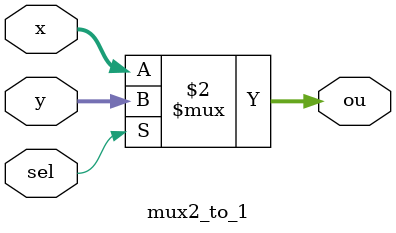
<source format=v>
module mux2_to_1(input [31:0] x,  input [31:0] y, input sel, output [31:0] ou);
    assign ou = (sel == 1)?y:x;
endmodule
</source>
